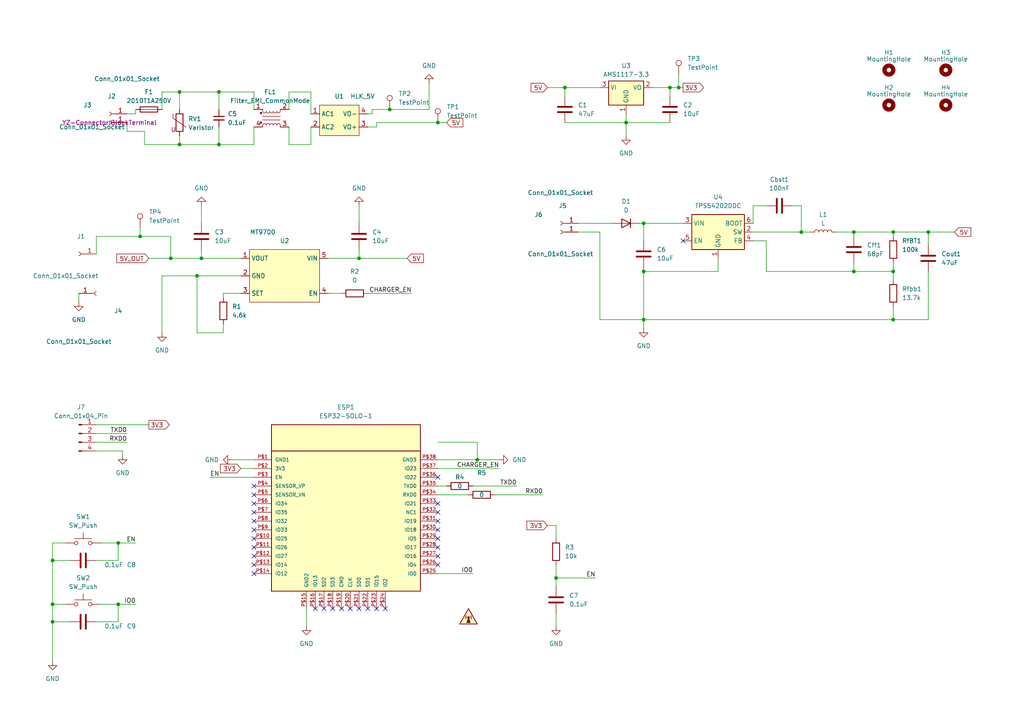
<source format=kicad_sch>
(kicad_sch (version 20230121) (generator eeschema)
  (paper "A4")
  (lib_symbols
    (symbol "Connector:Conn_01x01_Socket" (pin_names (offset 1.016) hide)
      (property "Reference" "J" (at 0 2.54 0))
      (property "Value" "Conn_01x01_Socket" (at 0 -2.54 0))
      (symbol "Conn_01x01_Socket_1_1"
        (polyline (pts (xy -1.27 0) (xy -0.508 0)) (stroke (width 0.1524)))
        (arc (start 0 0.508) (mid -0.5058 0) (end 0 -0.508) (stroke (width 0.1524)))
        (pin passive line (at -5.08 0 0) (length 3.81) (name "Pin_1") (number "1"))
      )
    )
    (symbol "Connector:Conn_01x04_Pin" (pin_names (offset 1.016) hide)
      (property "Reference" "J" (at 0 5.08 0))
      (property "Value" "Conn_01x04_Pin" (at 0 -7.62 0))
      (symbol "Conn_01x04_Pin_1_1"
        (polyline (pts (xy 1.27 -5.08) (xy 0.8636 -5.08)) (stroke (width 0.1524)))
        (polyline (pts (xy 1.27 -2.54) (xy 0.8636 -2.54)) (stroke (width 0.1524)))
        (polyline (pts (xy 1.27 0) (xy 0.8636 0)) (stroke (width 0.1524)))
        (polyline (pts (xy 1.27 2.54) (xy 0.8636 2.54)) (stroke (width 0.1524)))
        (rectangle (start 0.8636 -4.953) (end 0 -5.207) (stroke (width 0.1524)) (fill (type outline)))
        (rectangle (start 0.8636 -2.413) (end 0 -2.667) (stroke (width 0.1524)) (fill (type outline)))
        (rectangle (start 0.8636 0.127) (end 0 -0.127) (stroke (width 0.1524)) (fill (type outline)))
        (rectangle (start 0.8636 2.667) (end 0 2.413) (stroke (width 0.1524)) (fill (type outline)))
        (pin passive line (at 5.08 2.54 180) (length 3.81) (name "Pin_1") (number "1"))
        (pin passive line (at 5.08 0 180) (length 3.81) (name "Pin_2") (number "2"))
        (pin passive line (at 5.08 -2.54 180) (length 3.81) (name "Pin_3") (number "3"))
        (pin passive line (at 5.08 -5.08 180) (length 3.81) (name "Pin_4") (number "4"))
      )
    )
    (symbol "Connector:TestPoint" (pin_numbers hide) (pin_names (offset 0.762) hide)
      (property "Reference" "TP" (at 0 6.858 0))
      (property "Value" "TestPoint" (at 0 5.08 0))
      (symbol "TestPoint_0_1"
        (circle (center 0 3.302) (radius 0.762))
      )
      (symbol "TestPoint_1_1"
        (pin passive line (at 0 0 90) (length 2.54) (name "1") (number "1"))
      )
    )
    (symbol "Device:C" (pin_numbers hide) (pin_names (offset 0.254))
      (property "Reference" "C" (at 0.635 2.54 0))
      (property "Value" "C" (at 0.635 -2.54 0))
      (symbol "C_0_1"
        (polyline (pts (xy -2.032 -0.762) (xy 2.032 -0.762)) (stroke (width 0.508)))
        (polyline (pts (xy -2.032 0.762) (xy 2.032 0.762)) (stroke (width 0.508)))
      )
      (symbol "C_1_1"
        (pin passive line (at 0 3.81 270) (length 2.794) (name "~") (number "1"))
        (pin passive line (at 0 -3.81 90) (length 2.794) (name "~") (number "2"))
      )
    )
    (symbol "Device:C_Small" (pin_numbers hide) (pin_names (offset 0.254) hide)
      (property "Reference" "C" (at 0.254 1.778 0))
      (property "Value" "C_Small" (at 0.254 -2.032 0))
      (symbol "C_Small_0_1"
        (polyline (pts (xy -1.524 -0.508) (xy 1.524 -0.508)) (stroke (width 0.3302)))
        (polyline (pts (xy -1.524 0.508) (xy 1.524 0.508)) (stroke (width 0.3048)))
      )
      (symbol "C_Small_1_1"
        (pin passive line (at 0 2.54 270) (length 2.032) (name "~") (number "1"))
        (pin passive line (at 0 -2.54 90) (length 2.032) (name "~") (number "2"))
      )
    )
    (symbol "Device:D" (pin_numbers hide) (pin_names (offset 1.016) hide)
      (property "Reference" "D" (at 0 2.54 0))
      (property "Value" "D" (at 0 -2.54 0))
      (symbol "D_0_1"
        (polyline (pts (xy -1.27 1.27) (xy -1.27 -1.27)) (stroke (width 0.254)))
        (polyline (pts (xy 1.27 0) (xy -1.27 0)))
        (polyline (pts (xy 1.27 1.27) (xy 1.27 -1.27) (xy -1.27 0) (xy 1.27 1.27)) (stroke (width 0.254)))
      )
      (symbol "D_1_1"
        (pin passive line (at -3.81 0 0) (length 2.54) (name "K") (number "1"))
        (pin passive line (at 3.81 0 180) (length 2.54) (name "A") (number "2"))
      )
    )
    (symbol "Device:Fuse" (pin_numbers hide) (pin_names (offset 0))
      (property "Reference" "F" (at 2.032 0 90))
      (property "Value" "Fuse" (at -1.905 0 90))
      (symbol "Fuse_0_1"
        (rectangle (start -0.762 -2.54) (end 0.762 2.54) (stroke (width 0.254)))
        (polyline (pts (xy 0 2.54) (xy 0 -2.54)))
      )
      (symbol "Fuse_1_1"
        (pin passive line (at 0 3.81 270) (length 1.27) (name "~") (number "1"))
        (pin passive line (at 0 -3.81 90) (length 1.27) (name "~") (number "2"))
      )
    )
    (symbol "Device:L" (pin_numbers hide) (pin_names (offset 1.016) hide)
      (property "Reference" "L" (at -1.27 0 90))
      (property "Value" "L" (at 1.905 0 90))
      (symbol "L_0_1"
        (arc (start 0 -2.54) (mid 0.6323 -1.905) (end 0 -1.27))
        (arc (start 0 -1.27) (mid 0.6323 -0.635) (end 0 0))
        (arc (start 0 0) (mid 0.6323 0.635) (end 0 1.27))
        (arc (start 0 1.27) (mid 0.6323 1.905) (end 0 2.54))
      )
      (symbol "L_1_1"
        (pin passive line (at 0 3.81 270) (length 1.27) (name "1") (number "1"))
        (pin passive line (at 0 -3.81 90) (length 1.27) (name "2") (number "2"))
      )
    )
    (symbol "Device:R" (pin_numbers hide) (pin_names (offset 0))
      (property "Reference" "R" (at 2.032 0 90))
      (property "Value" "R" (at 0 0 90))
      (symbol "R_0_1"
        (rectangle (start -1.016 -2.54) (end 1.016 2.54) (stroke (width 0.254)))
      )
      (symbol "R_1_1"
        (pin passive line (at 0 3.81 270) (length 1.27) (name "~") (number "1"))
        (pin passive line (at 0 -3.81 90) (length 1.27) (name "~") (number "2"))
      )
    )
    (symbol "Device:Varistor" (pin_numbers hide) (pin_names (offset 0))
      (property "Reference" "RV" (at 3.175 0 90))
      (property "Value" "Varistor" (at -3.175 0 90))
      (symbol "Varistor_0_0"
        (text "U" (at -1.778 -2.032 0) (effects (font (size 1.27 1.27))))
      )
      (symbol "Varistor_0_1"
        (rectangle (start -1.016 -2.54) (end 1.016 2.54) (stroke (width 0.254)))
        (polyline (pts (xy -1.905 2.54) (xy -1.905 1.27) (xy 1.905 -1.27)))
      )
      (symbol "Varistor_1_1"
        (pin passive line (at 0 3.81 270) (length 1.27) (name "~") (number "1"))
        (pin passive line (at 0 -3.81 90) (length 1.27) (name "~") (number "2"))
      )
    )
    (symbol "Graphic:SYM_Radio_Waves_Small" (in_bom no) (on_board no)
      (symbol "SYM_Radio_Waves_Small_0_1"
        (arc (start -0.762 0.508) (mid -0.9158 0) (end -0.762 -0.508))
        (arc (start -0.508 0.254) (mid -0.568 0) (end -0.508 -0.254))
        (polyline (pts (xy -2.54 -1.905) (xy 2.54 -1.905) (xy 0 2.54) (xy -2.54 -1.905)) (stroke (width 0.254)) (fill (type background)))
        (polyline (pts (xy -0.508 -1.524) (xy 0.508 -1.524) (xy 0 0) (xy -0.508 -1.524)) (fill (type outline)))
        (circle (center 0 0) (radius 0.254) (fill (type outline)))
        (arc (start 0.508 -0.254) (mid 0.568 0) (end 0.508 0.254))
        (arc (start 0.762 -0.508) (mid 0.9158 0) (end 0.762 0.508))
      )
    )
    (symbol "Mechanical:MountingHole" (pin_names (offset 1.016))
      (property "Reference" "H" (at 0 5.08 0))
      (property "Value" "MountingHole" (at 0 3.175 0))
      (symbol "MountingHole_0_1"
        (circle (center 0 0) (radius 1.27) (stroke (width 1.27)))
      )
    )
    (symbol "Regulator_Linear:AMS1117-3.3"
      (property "Reference" "U" (at -3.81 3.175 0))
      (property "Value" "AMS1117-3.3" (at 0 3.175 0))
      (symbol "AMS1117-3.3_0_1"
        (rectangle (start -5.08 -5.08) (end 5.08 1.905) (stroke (width 0.254)) (fill (type background)))
      )
      (symbol "AMS1117-3.3_1_1"
        (pin power_in line (at 0 -7.62 90) (length 2.54) (name "GND") (number "1"))
        (pin power_out line (at 7.62 0 180) (length 2.54) (name "VO") (number "2"))
        (pin power_in line (at -7.62 0 0) (length 2.54) (name "VI") (number "3"))
      )
    )
    (symbol "Regulator_Switching:TPS54202DDC"
      (property "Reference" "U" (at -7.62 6.35 0))
      (property "Value" "TPS54202DDC" (at 0 6.35 0))
      (symbol "TPS54202DDC_0_1"
        (rectangle (start -7.62 5.08) (end 7.62 -5.08) (stroke (width 0.254)) (fill (type background)))
      )
      (symbol "TPS54202DDC_1_1"
        (pin power_in line (at 0 -7.62 90) (length 2.54) (name "GND") (number "1"))
        (pin power_out line (at 10.16 0 180) (length 2.54) (name "SW") (number "2"))
        (pin power_in line (at -10.16 2.54 0) (length 2.54) (name "VIN") (number "3"))
        (pin input line (at 10.16 -2.54 180) (length 2.54) (name "FB") (number "4"))
        (pin input line (at -10.16 -2.54 0) (length 2.54) (name "EN") (number "5"))
        (pin passive line (at 10.16 2.54 180) (length 2.54) (name "BOOT") (number "6"))
      )
    )
    (symbol "Switch:SW_Push" (pin_numbers hide) (pin_names (offset 1.016) hide)
      (property "Reference" "SW" (at 1.27 2.54 0))
      (property "Value" "SW_Push" (at 0 -1.524 0))
      (symbol "SW_Push_0_1"
        (circle (center -2.032 0) (radius 0.508))
        (polyline (pts (xy 0 1.27) (xy 0 3.048)))
        (polyline (pts (xy 2.54 1.27) (xy -2.54 1.27)))
        (circle (center 2.032 0) (radius 0.508))
        (pin passive line (at -5.08 0 0) (length 2.54) (name "1") (number "1"))
        (pin passive line (at 5.08 0 180) (length 2.54) (name "2") (number "2"))
      )
    )
    (symbol "YZ_ICs:ESP32-SOLO-1" (pin_names (offset 1.016))
      (property "Reference" "ESP" (at -20.32 27.94 0))
      (property "Value" "ESP32-SOLO-1" (at 17.78 -25.4 0))
      (symbol "ESP32-SOLO-1_0_0"
        (rectangle (start -20.32 -22.86) (end 22.86 25.4) (stroke (width 0.254)) (fill (type background)))
        (polyline (pts (xy -20.32 17.78) (xy 22.86 17.78)) (stroke (width 0.254)))
        (pin bidirectional line (at -25.4 15.24 0) (length 5.08) (name "GND1") (number "P$1"))
        (pin bidirectional line (at -25.4 -7.62 0) (length 5.08) (name "IO25") (number "P$10"))
        (pin bidirectional line (at -25.4 -10.16 0) (length 5.08) (name "IO26") (number "P$11"))
        (pin bidirectional line (at -25.4 -12.7 0) (length 5.08) (name "IO27") (number "P$12"))
        (pin bidirectional line (at -25.4 -15.24 0) (length 5.08) (name "IO14") (number "P$13"))
        (pin bidirectional line (at -25.4 -17.78 0) (length 5.08) (name "IO12") (number "P$14"))
        (pin bidirectional line (at -10.16 -27.94 90) (length 5.08) (name "GND2") (number "P$15"))
        (pin bidirectional line (at -7.62 -27.94 90) (length 5.08) (name "IO13") (number "P$16"))
        (pin bidirectional line (at -5.08 -27.94 90) (length 5.08) (name "SD2") (number "P$17"))
        (pin bidirectional line (at -2.54 -27.94 90) (length 5.08) (name "SD3") (number "P$18"))
        (pin bidirectional line (at 0 -27.94 90) (length 5.08) (name "CMD") (number "P$19"))
        (pin bidirectional line (at -25.4 12.7 0) (length 5.08) (name "3V3") (number "P$2"))
        (pin bidirectional line (at 2.54 -27.94 90) (length 5.08) (name "CLK") (number "P$20"))
        (pin bidirectional line (at 5.08 -27.94 90) (length 5.08) (name "SD0") (number "P$21"))
        (pin bidirectional line (at 7.62 -27.94 90) (length 5.08) (name "SD1") (number "P$22"))
        (pin bidirectional line (at 10.16 -27.94 90) (length 5.08) (name "IO15") (number "P$23"))
        (pin bidirectional line (at 12.7 -27.94 90) (length 5.08) (name "IO2") (number "P$24"))
        (pin bidirectional line (at 27.94 -17.78 180) (length 5.08) (name "IO0") (number "P$25"))
        (pin bidirectional line (at 27.94 -15.24 180) (length 5.08) (name "IO4") (number "P$26"))
        (pin bidirectional line (at 27.94 -12.7 180) (length 5.08) (name "IO16") (number "P$27"))
        (pin bidirectional line (at 27.94 -10.16 180) (length 5.08) (name "IO17") (number "P$28"))
        (pin bidirectional line (at 27.94 -7.62 180) (length 5.08) (name "IO5") (number "P$29"))
        (pin bidirectional line (at -25.4 10.16 0) (length 5.08) (name "EN") (number "P$3"))
        (pin bidirectional line (at 27.94 -5.08 180) (length 5.08) (name "IO18") (number "P$30"))
        (pin bidirectional line (at 27.94 -2.54 180) (length 5.08) (name "IO19") (number "P$31"))
        (pin bidirectional line (at 27.94 0 180) (length 5.08) (name "NC1") (number "P$32"))
        (pin bidirectional line (at 27.94 2.54 180) (length 5.08) (name "IO21") (number "P$33"))
        (pin bidirectional line (at 27.94 5.08 180) (length 5.08) (name "RXD0") (number "P$34"))
        (pin bidirectional line (at 27.94 7.62 180) (length 5.08) (name "TXD0") (number "P$35"))
        (pin bidirectional line (at 27.94 10.16 180) (length 5.08) (name "IO22") (number "P$36"))
        (pin bidirectional line (at 27.94 12.7 180) (length 5.08) (name "IO23") (number "P$37"))
        (pin bidirectional line (at 27.94 15.24 180) (length 5.08) (name "GND3") (number "P$38"))
        (pin bidirectional line (at -25.4 7.62 0) (length 5.08) (name "SENSOR_VP") (number "P$4"))
        (pin bidirectional line (at -25.4 5.08 0) (length 5.08) (name "SENSOR_VN") (number "P$5"))
        (pin bidirectional line (at -25.4 2.54 0) (length 5.08) (name "IO34") (number "P$6"))
        (pin bidirectional line (at -25.4 0 0) (length 5.08) (name "IO35") (number "P$7"))
        (pin bidirectional line (at -25.4 -2.54 0) (length 5.08) (name "IO32") (number "P$8"))
        (pin bidirectional line (at -25.4 -5.08 0) (length 5.08) (name "IO33") (number "P$9"))
      )
    )
    (symbol "YZ_Library:Filter_EMI_CommonMode" (pin_names (offset 0.254) hide)
      (property "Reference" "FL" (at 0 4.445 0))
      (property "Value" "Filter_EMI_CommonMode" (at 0 -4.445 0))
      (symbol "Filter_EMI_CommonMode_0_1"
        (circle (center -3.048 -1.27) (radius 0.254) (fill (type outline)))
        (circle (center -3.048 1.524) (radius 0.254) (fill (type outline)))
        (arc (start -2.54 2.032) (mid -2.032 1.5262) (end -1.524 2.032))
        (arc (start -1.524 -2.032) (mid -2.032 -1.5262) (end -2.54 -2.032))
        (arc (start -1.524 2.032) (mid -1.016 1.5262) (end -0.508 2.032))
        (arc (start -0.508 -2.032) (mid -1.016 -1.5262) (end -1.524 -2.032))
        (arc (start -0.508 2.032) (mid 0 1.5262) (end 0.508 2.032))
        (polyline (pts (xy -2.54 -2.032) (xy -2.54 -2.54)))
        (polyline (pts (xy -2.54 0.508) (xy 2.54 0.508)))
        (polyline (pts (xy -2.54 2.032) (xy -2.54 2.54)))
        (polyline (pts (xy 2.54 -2.032) (xy 2.54 -2.54)))
        (polyline (pts (xy 2.54 -0.508) (xy -2.54 -0.508)))
        (polyline (pts (xy 2.54 2.54) (xy 2.54 2.032)))
        (arc (start 0.508 -2.032) (mid 0 -1.5262) (end -0.508 -2.032))
        (arc (start 0.508 2.032) (mid 1.016 1.5262) (end 1.524 2.032))
        (arc (start 1.524 -2.032) (mid 1.016 -1.5262) (end 0.508 -2.032))
        (arc (start 1.524 2.032) (mid 2.032 1.5262) (end 2.54 2.032))
        (arc (start 2.54 -2.032) (mid 2.032 -1.5262) (end 1.524 -2.032))
      )
      (symbol "Filter_EMI_CommonMode_1_1"
        (pin passive line (at -5.08 2.54 0) (length 2.54) (name "1") (number "1"))
        (pin passive line (at 5.08 2.54 180) (length 2.54) (name "2") (number "2"))
        (pin passive line (at 5.08 -2.54 180) (length 2.54) (name "3") (number "3"))
        (pin passive line (at -5.08 -2.54 0) (length 2.54) (name "4") (number "4"))
      )
    )
    (symbol "YZ_Library:HLK-10M05"
      (property "Reference" "U" (at 7.62 13.97 0))
      (symbol "HLK-10M05_1_1"
        (rectangle (start 10.16 10.16) (end 21.59 1.27) (fill (type background)))
        (pin input line (at 7.62 7.62 0) (length 2.54) (name "AC1") (number "1"))
        (pin input line (at 7.62 3.81 0) (length 2.54) (name "AC2") (number "2"))
        (pin input line (at 24.13 3.81 180) (length 2.54) (name "VO+") (number "3"))
        (pin input line (at 24.13 7.62 180) (length 2.54) (name "VO-") (number "4"))
      )
    )
    (symbol "YZ_Library:MT9700"
      (property "Reference" "U" (at -3.81 5.08 0))
      (symbol "MT9700_1_1"
        (rectangle (start -5.08 2.54) (end 15.24 -12.7) (fill (type background)))
        (pin input line (at -7.62 0 0) (length 2.54) (name "VOUT") (number "1"))
        (pin input line (at -7.62 -5.08 0) (length 2.54) (name "GND") (number "2"))
        (pin input line (at -7.62 -10.16 0) (length 2.54) (name "SET") (number "3"))
        (pin input line (at 17.78 -10.16 180) (length 2.54) (name "EN") (number "4"))
        (pin input line (at 17.78 0 180) (length 2.54) (name "VIN") (number "5"))
      )
    )
    (symbol "power:GND" (power) (pin_names (offset 0))
      (property "Value" "GND" (at 0 -3.81 0))
      (symbol "GND_0_1"
        (polyline (pts (xy 0 0) (xy 0 -1.27) (xy 1.27 -1.27) (xy 0 -2.54) (xy -1.27 -1.27) (xy 0 -1.27)))
      )
      (symbol "GND_1_1"
        (pin power_in line (at 0 0 270) (length 0) hide (name "GND") (number "1"))
      )
    )
  )
  (junction (at 181.61 35.56))
  (junction (at 49.53 74.93))
  (junction (at 259.08 92.71))
  (junction (at 196.85 25.4))
  (junction (at 15.24 180.34))
  (junction (at 232.41 67.31))
  (junction (at 186.69 92.71))
  (junction (at 247.65 78.74))
  (junction (at 259.08 78.74))
  (junction (at 63.5 41.91))
  (junction (at 163.83 25.4))
  (junction (at 194.31 25.4))
  (junction (at 186.69 78.74))
  (junction (at 127 35.56))
  (junction (at 40.64 68.58))
  (junction (at 34.29 157.48))
  (junction (at 34.29 175.26))
  (junction (at 104.14 74.93))
  (junction (at 52.07 41.91))
  (junction (at 138.43 133.35))
  (junction (at 15.24 162.56))
  (junction (at 113.03 31.75))
  (junction (at 247.65 67.31))
  (junction (at 161.29 167.64))
  (junction (at 15.24 175.26))
  (junction (at 57.15 80.01))
  (junction (at 259.08 67.31))
  (junction (at 63.5 26.67))
  (junction (at 186.69 64.77))
  (junction (at 269.24 67.31))
  (junction (at 52.07 26.67))
  (junction (at 58.42 74.93))
  (no_connect (at 73.66 158.75))
  (no_connect (at 127 163.83))
  (no_connect (at 127 146.05))
  (no_connect (at 73.66 151.13))
  (no_connect (at 101.6 176.53))
  (no_connect (at 73.66 143.51))
  (no_connect (at 127 158.75))
  (no_connect (at 73.66 166.37))
  (no_connect (at 73.66 148.59))
  (no_connect (at 93.98 176.53))
  (no_connect (at 127 151.13))
  (no_connect (at 73.66 146.05))
  (no_connect (at 73.66 140.97))
  (no_connect (at 99.06 176.53))
  (no_connect (at 127 161.29))
  (no_connect (at 127 138.43))
  (no_connect (at 198.12 69.85))
  (no_connect (at 104.14 176.53))
  (no_connect (at 73.66 156.21))
  (no_connect (at 109.22 176.53))
  (no_connect (at 127 148.59))
  (no_connect (at 96.52 176.53))
  (no_connect (at 111.76 176.53))
  (no_connect (at 73.66 153.67))
  (no_connect (at 91.44 176.53))
  (no_connect (at 73.66 163.83))
  (no_connect (at 127 153.67))
  (no_connect (at 127 156.21))
  (no_connect (at 106.68 176.53))
  (no_connect (at 73.66 161.29))
  (wire (pts (xy 259.08 92.71) (xy 269.24 92.71)))
  (wire (pts (xy 106.68 85.09) (xy 119.38 85.09)))
  (wire (pts (xy 269.24 67.31) (xy 276.86 67.31)))
  (wire (pts (xy 163.83 25.4) (xy 163.83 27.94)))
  (wire (pts (xy 137.16 140.97) (xy 149.86 140.97)))
  (wire (pts (xy 181.61 33.02) (xy 181.61 35.56)))
  (wire (pts (xy 52.07 26.67) (xy 52.07 31.75)))
  (wire (pts (xy 83.82 26.67) (xy 83.82 31.75)))
  (wire (pts (xy 90.17 26.67) (xy 83.82 26.67)))
  (wire (pts (xy 27.94 125.73) (xy 36.83 125.73)))
  (wire (pts (xy 67.31 133.35) (xy 73.66 133.35)))
  (wire (pts (xy 181.61 35.56) (xy 181.61 39.37)))
  (wire (pts (xy 36.83 35.56) (xy 36.83 38.1)))
  (wire (pts (xy 208.28 74.93) (xy 208.28 78.74)))
  (wire (pts (xy 69.85 135.89) (xy 73.66 135.89)))
  (wire (pts (xy 259.08 78.74) (xy 259.08 81.28)))
  (wire (pts (xy 34.29 180.34) (xy 34.29 175.26)))
  (wire (pts (xy 34.29 162.56) (xy 34.29 157.48)))
  (wire (pts (xy 247.65 78.74) (xy 222.25 78.74)))
  (wire (pts (xy 63.5 41.91) (xy 73.66 41.91)))
  (wire (pts (xy 22.86 85.09) (xy 22.86 87.63)))
  (wire (pts (xy 107.95 31.75) (xy 113.03 31.75)))
  (wire (pts (xy 247.65 78.74) (xy 259.08 78.74)))
  (wire (pts (xy 138.43 133.35) (xy 144.78 133.35)))
  (wire (pts (xy 49.53 68.58) (xy 40.64 68.58)))
  (wire (pts (xy 161.29 167.64) (xy 172.72 167.64)))
  (wire (pts (xy 58.42 72.39) (xy 58.42 74.93)))
  (wire (pts (xy 259.08 92.71) (xy 259.08 88.9)))
  (wire (pts (xy 104.14 72.39) (xy 104.14 74.93)))
  (wire (pts (xy 36.83 38.1) (xy 41.91 38.1)))
  (wire (pts (xy 57.15 96.52) (xy 57.15 80.01)))
  (wire (pts (xy 73.66 31.75) (xy 73.66 26.67)))
  (wire (pts (xy 113.03 31.75) (xy 124.46 31.75)))
  (wire (pts (xy 64.77 85.09) (xy 69.85 85.09)))
  (wire (pts (xy 36.83 33.02) (xy 39.37 33.02)))
  (wire (pts (xy 189.23 25.4) (xy 194.31 25.4)))
  (wire (pts (xy 186.69 92.71) (xy 259.08 92.71)))
  (wire (pts (xy 15.24 175.26) (xy 19.05 175.26)))
  (wire (pts (xy 173.99 67.31) (xy 173.99 92.71)))
  (wire (pts (xy 15.24 175.26) (xy 15.24 180.34)))
  (wire (pts (xy 15.24 162.56) (xy 20.32 162.56)))
  (wire (pts (xy 269.24 71.12) (xy 269.24 67.31)))
  (wire (pts (xy 64.77 93.98) (xy 64.77 96.52)))
  (wire (pts (xy 46.99 80.01) (xy 57.15 80.01)))
  (wire (pts (xy 63.5 26.67) (xy 52.07 26.67)))
  (wire (pts (xy 34.29 157.48) (xy 39.37 157.48)))
  (wire (pts (xy 64.77 96.52) (xy 57.15 96.52)))
  (wire (pts (xy 163.83 35.56) (xy 181.61 35.56)))
  (wire (pts (xy 186.69 92.71) (xy 186.69 95.25)))
  (wire (pts (xy 27.94 123.19) (xy 43.18 123.19)))
  (wire (pts (xy 63.5 36.83) (xy 63.5 41.91)))
  (wire (pts (xy 88.9 176.53) (xy 88.9 181.61)))
  (wire (pts (xy 196.85 25.4) (xy 198.12 25.4)))
  (wire (pts (xy 247.65 76.2) (xy 247.65 78.74)))
  (wire (pts (xy 109.22 35.56) (xy 127 35.56)))
  (wire (pts (xy 218.44 64.77) (xy 218.44 59.69)))
  (wire (pts (xy 218.44 59.69) (xy 222.25 59.69)))
  (wire (pts (xy 35.56 130.81) (xy 27.94 130.81)))
  (wire (pts (xy 247.65 67.31) (xy 247.65 68.58)))
  (wire (pts (xy 127 35.56) (xy 129.54 35.56)))
  (wire (pts (xy 127 133.35) (xy 138.43 133.35)))
  (wire (pts (xy 232.41 59.69) (xy 232.41 67.31)))
  (wire (pts (xy 229.87 59.69) (xy 232.41 59.69)))
  (wire (pts (xy 218.44 67.31) (xy 232.41 67.31)))
  (wire (pts (xy 127 143.51) (xy 135.89 143.51)))
  (wire (pts (xy 186.69 64.77) (xy 198.12 64.77)))
  (wire (pts (xy 232.41 67.31) (xy 234.95 67.31)))
  (wire (pts (xy 259.08 78.74) (xy 259.08 76.2)))
  (wire (pts (xy 259.08 67.31) (xy 259.08 68.58)))
  (wire (pts (xy 64.77 86.36) (xy 64.77 85.09)))
  (wire (pts (xy 52.07 41.91) (xy 63.5 41.91)))
  (wire (pts (xy 27.94 128.27) (xy 36.83 128.27)))
  (wire (pts (xy 158.75 152.4) (xy 161.29 152.4)))
  (wire (pts (xy 27.94 180.34) (xy 34.29 180.34)))
  (wire (pts (xy 167.64 67.31) (xy 173.99 67.31)))
  (wire (pts (xy 35.56 132.08) (xy 35.56 130.81)))
  (wire (pts (xy 19.05 157.48) (xy 15.24 157.48)))
  (wire (pts (xy 40.64 68.58) (xy 40.64 66.04)))
  (wire (pts (xy 124.46 24.13) (xy 124.46 31.75)))
  (wire (pts (xy 34.29 175.26) (xy 39.37 175.26)))
  (wire (pts (xy 29.21 157.48) (xy 34.29 157.48)))
  (wire (pts (xy 143.51 143.51) (xy 157.48 143.51)))
  (wire (pts (xy 127 140.97) (xy 129.54 140.97)))
  (wire (pts (xy 27.94 162.56) (xy 34.29 162.56)))
  (wire (pts (xy 269.24 78.74) (xy 269.24 92.71)))
  (wire (pts (xy 73.66 26.67) (xy 63.5 26.67)))
  (wire (pts (xy 15.24 180.34) (xy 15.24 191.77)))
  (wire (pts (xy 194.31 27.94) (xy 194.31 25.4)))
  (wire (pts (xy 104.14 59.69) (xy 104.14 64.77)))
  (wire (pts (xy 186.69 78.74) (xy 186.69 92.71)))
  (wire (pts (xy 127 166.37) (xy 137.16 166.37)))
  (wire (pts (xy 194.31 25.4) (xy 196.85 25.4)))
  (wire (pts (xy 127 128.27) (xy 138.43 128.27)))
  (wire (pts (xy 90.17 36.83) (xy 90.17 41.91)))
  (wire (pts (xy 161.29 167.64) (xy 161.29 170.18)))
  (wire (pts (xy 222.25 69.85) (xy 218.44 69.85)))
  (wire (pts (xy 43.18 74.93) (xy 49.53 74.93)))
  (wire (pts (xy 39.37 33.02) (xy 39.37 31.75)))
  (wire (pts (xy 163.83 25.4) (xy 173.99 25.4)))
  (wire (pts (xy 58.42 59.69) (xy 58.42 64.77)))
  (wire (pts (xy 173.99 92.71) (xy 186.69 92.71)))
  (wire (pts (xy 83.82 41.91) (xy 90.17 41.91)))
  (wire (pts (xy 107.95 33.02) (xy 107.95 31.75)))
  (wire (pts (xy 52.07 39.37) (xy 52.07 41.91)))
  (wire (pts (xy 46.99 26.67) (xy 46.99 31.75)))
  (wire (pts (xy 15.24 157.48) (xy 15.24 162.56)))
  (wire (pts (xy 15.24 180.34) (xy 20.32 180.34)))
  (wire (pts (xy 90.17 33.02) (xy 90.17 26.67)))
  (wire (pts (xy 95.25 74.93) (xy 104.14 74.93)))
  (wire (pts (xy 15.24 162.56) (xy 15.24 175.26)))
  (wire (pts (xy 186.69 69.85) (xy 186.69 64.77)))
  (wire (pts (xy 196.85 21.59) (xy 196.85 25.4)))
  (wire (pts (xy 181.61 35.56) (xy 194.31 35.56)))
  (wire (pts (xy 95.25 85.09) (xy 99.06 85.09)))
  (wire (pts (xy 138.43 128.27) (xy 138.43 133.35)))
  (wire (pts (xy 127 135.89) (xy 144.78 135.89)))
  (wire (pts (xy 27.94 68.58) (xy 40.64 68.58)))
  (wire (pts (xy 259.08 67.31) (xy 269.24 67.31)))
  (wire (pts (xy 106.68 33.02) (xy 107.95 33.02)))
  (wire (pts (xy 41.91 41.91) (xy 52.07 41.91)))
  (wire (pts (xy 161.29 152.4) (xy 161.29 156.21)))
  (wire (pts (xy 49.53 74.93) (xy 49.53 68.58)))
  (wire (pts (xy 52.07 26.67) (xy 46.99 26.67)))
  (wire (pts (xy 104.14 74.93) (xy 118.11 74.93)))
  (wire (pts (xy 161.29 177.8) (xy 161.29 181.61)))
  (wire (pts (xy 83.82 36.83) (xy 83.82 41.91)))
  (wire (pts (xy 242.57 67.31) (xy 247.65 67.31)))
  (wire (pts (xy 46.99 96.52) (xy 46.99 80.01)))
  (wire (pts (xy 63.5 26.67) (xy 63.5 31.75)))
  (wire (pts (xy 57.15 80.01) (xy 69.85 80.01)))
  (wire (pts (xy 161.29 163.83) (xy 161.29 167.64)))
  (wire (pts (xy 208.28 78.74) (xy 186.69 78.74)))
  (wire (pts (xy 41.91 38.1) (xy 41.91 41.91)))
  (wire (pts (xy 247.65 67.31) (xy 259.08 67.31)))
  (wire (pts (xy 185.42 64.77) (xy 186.69 64.77)))
  (wire (pts (xy 60.96 138.43) (xy 73.66 138.43)))
  (wire (pts (xy 58.42 74.93) (xy 69.85 74.93)))
  (wire (pts (xy 186.69 77.47) (xy 186.69 78.74)))
  (wire (pts (xy 73.66 36.83) (xy 73.66 41.91)))
  (wire (pts (xy 29.21 175.26) (xy 34.29 175.26)))
  (wire (pts (xy 158.75 25.4) (xy 163.83 25.4)))
  (wire (pts (xy 167.64 64.77) (xy 177.8 64.77)))
  (wire (pts (xy 27.94 73.66) (xy 27.94 68.58)))
  (wire (pts (xy 49.53 74.93) (xy 58.42 74.93)))
  (wire (pts (xy 109.22 36.83) (xy 109.22 35.56)))
  (wire (pts (xy 106.68 36.83) (xy 109.22 36.83)))
  (wire (pts (xy 222.25 78.74) (xy 222.25 69.85)))
  (label "RXD0" (at 157.48 143.51 180))
  (label "RXD0" (at 36.83 128.27 180))
  (label "EN" (at 39.37 157.48 180))
  (label "EN" (at 60.96 138.43 0))
  (label "TXD0" (at 149.86 140.97 180))
  (label "CHARGER_EN" (at 119.38 85.09 180))
  (label "EN" (at 172.72 167.64 180))
  (label "IO0" (at 137.16 166.37 180))
  (label "CHARGER_EN" (at 144.78 135.89 180))
  (label "IO0" (at 39.37 175.26 180))
  (label "TXD0" (at 36.83 125.73 180))
  (global_label "3V3" (shape input) (at 69.85 135.89 180) (property "Intersheetrefs" "${INTERSHEET_REFS}" (effects hide)))
  (global_label "5V" (shape input) (at 118.11 74.93 0) (property "Intersheetrefs" "${INTERSHEET_REFS}" (effects hide)))
  (global_label "5V" (shape input) (at 276.86 67.31 0) (property "Intersheetrefs" "${INTERSHEET_REFS}" (effects hide)))
  (global_label "3V3" (shape output) (at 43.18 123.19 0) (property "Intersheetrefs" "${INTERSHEET_REFS}" (effects hide)))
  (global_label "5V" (shape input) (at 158.75 25.4 180) (property "Intersheetrefs" "${INTERSHEET_REFS}" (effects hide)))
  (global_label "3V3" (shape input) (at 158.75 152.4 180) (property "Intersheetrefs" "${INTERSHEET_REFS}" (effects hide)))
  (global_label "3V3" (shape output) (at 198.12 25.4 0) (property "Intersheetrefs" "${INTERSHEET_REFS}" (effects hide)))
  (global_label "5V" (shape input) (at 129.54 35.56 0) (property "Intersheetrefs" "${INTERSHEET_REFS}" (effects hide)))
  (global_label "5V_OUT" (shape input) (at 43.18 74.93 180) (property "Intersheetrefs" "${INTERSHEET_REFS}" (effects hide)))
  (symbol (lib_id "Regulator_Switching:TPS54202DDC") (at 208.28 67.31 0) (unit 1)
    (property "Reference" "U4" (at 208.28 57.15 0))
    (property "Value" "TPS54202DDC" (at 208.28 59.69 0))
    (property "Footprint" "Package_TO_SOT_SMD:SOT-23-6" (effects hide))
    (property "Datasheet" "http://www.ti.com/lit/ds/symlink/tps54202.pdf" (effects hide))
    (property "Description" "TPS54202DDCR,SOT-23-6" (effects hide))
    (property "MPN" "TPS54202DDCR" (effects hide))
  )
  (symbol (lib_id "Mechanical:MountingHole") (at 274.32 20.32 0) (unit 1) (in_bom no)
    (property "Reference" "H3" (at 274.32 15.24 0))
    (property "Value" "MountingHole" (at 274.32 17.145 0))
    (property "Footprint" "MountingHole:MountingHole_2.2mm_M2_ISO14580" (effects hide))
    (property "MPN" "DNP" (effects hide))
  )
  (symbol (lib_id "power:GND") (at 144.78 133.35 90) (unit 1)
    (property "Reference" "#PWR09" (effects hide))
    (property "Value" "GND" (at 148.59 133.35 90) (effects (justify right)))
  )
  (symbol (lib_id "Connector:TestPoint") (at 127 35.56 0) (unit 1)
    (property "Reference" "TP1" (at 129.54 30.988 0) (effects (justify left)))
    (property "Value" "TestPoint" (at 129.54 33.528 0) (effects (justify left)))
    (property "Footprint" "TestPoint:TestPoint_Pad_D1.5mm" (effects hide))
  )
  (symbol (lib_id "Connector:Conn_01x01_Socket") (at 22.86 73.66 180) (unit 1)
    (property "Reference" "J1" (at 23.495 68.58 0))
    (property "Value" "Conn_01x01_Socket" (at 19.05 80.01 0))
    (property "Footprint" "YZ-PWR:springNeedle" (effects hide))
  )
  (symbol (lib_id "Device:L") (at 238.76 67.31 90) (unit 1)
    (property "Reference" "L1" (at 238.76 62.23 90))
    (property "Value" "L" (at 238.76 64.77 90))
    (property "Footprint" "Inductor_SMD:L_Bourns_SRP7028A_7.3x6.6mm" (effects hide))
    (property "MPN" "74437349150//" (effects hide))
    (property "Description" "FIXED IND 15UH 2.75A 92 MOHM SMD" (effects hide))
  )
  (symbol (lib_id "Device:C") (at 226.06 59.69 90) (unit 1)
    (property "Reference" "Cbst1" (at 226.06 52.07 90))
    (property "Value" "100nF" (at 226.06 54.61 90))
    (property "Footprint" "Capacitor_SMD:C_0402_1005Metric_Pad0.74x0.62mm_HandSolder" (effects hide))
    (property "VDC" "50V" (effects hide))
    (property "Description" "CAP CER 0.1UF 50V X7R 0402" (effects hide))
    (property "MPN" "GRM155R71H104KE14D" (effects hide))
  )
  (symbol (lib_id "Connector:Conn_01x01_Socket") (at 162.56 64.77 180) (unit 1)
    (property "Reference" "J5" (at 163.195 59.69 0))
    (property "Value" "Conn_01x01_Socket" (at 162.56 55.88 0))
    (property "Footprint" "YZ-Connector:BlockTerminal" (effects hide))
  )
  (symbol (lib_id "Connector:Conn_01x04_Pin") (at 22.86 125.73 0) (unit 1)
    (property "Reference" "J7" (at 23.495 118.11 0))
    (property "Value" "Conn_01x04_Pin" (at 23.495 120.65 0))
    (property "Footprint" "Connector_PinHeader_1.27mm:PinHeader_1x04_P1.27mm_Vertical" (effects hide))
  )
  (symbol (lib_id "Device:C") (at 104.14 68.58 0) (unit 1)
    (property "Reference" "C4" (at 107.95 67.31 0) (effects (justify left)))
    (property "Value" "10uF" (at 107.95 69.85 0) (effects (justify left)))
    (property "Footprint" "Capacitor_SMD:C_0805_2012Metric" (effects hide))
    (property "Description" "CAP CER 10UF 10V X5R 0805" (effects hide))
    (property "MPN" "GRM21BR61H106KE43L" (effects hide))
  )
  (symbol (lib_id "Graphic:SYM_Radio_Waves_Small") (at 135.89 179.07 0) (unit 1) (in_bom no) (on_board no)
    (property "Reference" "#SYM1" (effects hide))
    (property "Value" "SYM_Radio_Waves_Small" (effects hide))
    (property "Sim.Enable" "0" (effects hide))
  )
  (symbol (lib_id "Device:R") (at 133.35 140.97 90) (unit 1)
    (property "Reference" "R4" (at 133.35 138.43 90))
    (property "Value" "0" (at 133.35 140.97 90))
    (property "Footprint" "Resistor_SMD:R_0603_1608Metric_Pad0.98x0.95mm_HandSolder" (effects hide))
    (property "Description" "RES SMD 0 OHM 1% 1/16W 0603" (effects hide))
    (property "MPN" "0603WAF0000T5E" (effects hide))
  )
  (symbol (lib_id "Device:D") (at 181.61 64.77 180) (unit 1)
    (property "Reference" "D1" (at 181.61 58.42 0))
    (property "Value" "D" (at 181.61 60.96 0))
    (property "Footprint" "Diode_SMD:D_SMA_Handsoldering" (effects hide))
    (property "Sim.Device" "D" (effects hide))
    (property "Sim.Pins" "1=K 2=A" (effects hide))
    (property "MPN" "SS34" (effects hide))
    (property "Description" "DIODE SCHOTTKY 40V 3A SMA" (effects hide))
  )
  (symbol (lib_id "power:GND") (at 186.69 95.25 0) (unit 1)
    (property "Reference" "#PWR07" (effects hide))
    (property "Value" "GND" (at 186.69 100.33 0))
  )
  (symbol (lib_id "Mechanical:MountingHole") (at 257.81 30.48 0) (unit 1) (in_bom no)
    (property "Reference" "H2" (at 257.81 25.4 0))
    (property "Value" "MountingHole" (at 257.81 27.305 0))
    (property "Footprint" "MountingHole:MountingHole_2.2mm_M2_Pad_Via" (effects hide))
    (property "MPN" "DNP" (effects hide))
  )
  (symbol (lib_id "Device:C") (at 58.42 68.58 0) (unit 1)
    (property "Reference" "C3" (at 62.23 67.31 0) (effects (justify left)))
    (property "Value" "10uF" (at 62.23 69.85 0) (effects (justify left)))
    (property "Footprint" "Capacitor_SMD:C_0805_2012Metric" (effects hide))
    (property "Description" "CAP CER 10UF 10V X5R 0805" (effects hide))
    (property "MPN" "GRM21BR61H106KE43L" (effects hide))
  )
  (symbol (lib_id "Mechanical:MountingHole") (at 257.81 20.32 0) (unit 1) (in_bom no)
    (property "Reference" "H1" (at 257.81 15.24 0))
    (property "Value" "MountingHole" (at 257.81 17.145 0))
    (property "Footprint" "MountingHole:MountingHole_2.2mm_M2_Pad_Via" (effects hide))
    (property "MPN" "DNP" (effects hide))
  )
  (symbol (lib_id "Device:C") (at 186.69 73.66 0) (unit 1)
    (property "Reference" "C6" (at 190.5 72.39 0) (effects (justify left)))
    (property "Value" "10uF" (at 190.5 74.93 0) (effects (justify left)))
    (property "Footprint" "Capacitor_SMD:C_0805_2012Metric" (effects hide))
    (property "MPN" "GRM21BR61H106KE43L" (effects hide))
    (property "Description" "CAP CER 10UF 50V X5R 0805" (effects hide))
  )
  (symbol (lib_id "power:GND") (at 88.9 181.61 0) (unit 1)
    (property "Reference" "#PWR08" (effects hide))
    (property "Value" "GND" (at 88.9 186.69 0))
  )
  (symbol (lib_id "Connector:TestPoint") (at 196.85 21.59 0) (unit 1)
    (property "Reference" "TP3" (at 199.39 17.018 0) (effects (justify left)))
    (property "Value" "TestPoint" (at 199.39 19.558 0) (effects (justify left)))
    (property "Footprint" "TestPoint:TestPoint_Pad_D1.5mm" (effects hide))
  )
  (symbol (lib_id "Connector:Conn_01x01_Socket") (at 162.56 67.31 180) (unit 1)
    (property "Reference" "J6" (at 156.21 62.23 0))
    (property "Value" "Conn_01x01_Socket" (at 162.56 73.66 0))
    (property "Footprint" "YZ-Connector:BlockTerminal" (effects hide))
  )
  (symbol (lib_id "power:GND") (at 67.31 133.35 270) (unit 1)
    (property "Reference" "#PWR010" (effects hide))
    (property "Value" "GND" (at 63.5 133.35 90) (effects (justify right)))
  )
  (symbol (lib_id "power:GND") (at 161.29 181.61 0) (unit 1)
    (property "Reference" "#PWR011" (effects hide))
    (property "Value" "GND" (at 161.29 186.69 0))
  )
  (symbol (lib_id "Connector:TestPoint") (at 40.64 66.04 0) (unit 1)
    (property "Reference" "TP4" (at 43.18 61.468 0) (effects (justify left)))
    (property "Value" "TestPoint" (at 43.18 64.008 0) (effects (justify left)))
    (property "Footprint" "TestPoint:TestPoint_Pad_D1.5mm" (effects hide))
  )
  (symbol (lib_id "Device:Varistor") (at 52.07 35.56 0) (unit 1)
    (property "Reference" "RV1" (at 54.61 34.4833 0) (effects (justify left)))
    (property "Value" "Varistor" (at 54.61 37.0233 0) (effects (justify left)))
    (property "Footprint" "Varistor:RV_Disc_D12mm_W6.1mm_P7.5mm" (effects hide))
    (property "Sim.Name" "kicad_builtin_varistor" (effects hide))
    (property "Sim.Device" "SUBCKT" (effects hide))
    (property "Sim.Pins" "1=A 2=B" (effects hide))
    (property "Sim.Params" "threshold=1k" (effects hide))
    (property "Sim.Library" "${KICAD7_SYMBOL_DIR}/Simulation_SPICE.sp" (effects hide))
    (property "Description" "压敏电阻" (effects hide))
    (property "MPN" "10D561K" (effects hide))
  )
  (symbol (lib_id "Device:C") (at 24.13 162.56 90) (unit 1)
    (property "Reference" "C8" (at 38.1 163.83 90))
    (property "Value" "0.1uF" (at 33.02 163.83 90))
    (property "Footprint" "Capacitor_SMD:C_0603_1608Metric_Pad1.08x0.95mm_HandSolder" (effects hide))
    (property "Sim.Enable" "0" (effects hide))
    (property "Description" "CAP CER 0.1UF 10V X7R 0603" (effects hide))
    (property "MPN" "GRM188R71H104KA93D" (effects hide))
  )
  (symbol (lib_id "Device:R") (at 259.08 72.39 180) (unit 1)
    (property "Reference" "RfBT1" (at 261.62 69.85 0) (effects (justify right)))
    (property "Value" "100k" (at 261.62 72.39 0) (effects (justify right)))
    (property "Footprint" "Resistor_SMD:R_0402_1005Metric_Pad0.72x0.64mm_HandSolder" (effects hide))
    (property "MPN" "CRCW0402100KFKED" (effects hide))
    (property "Description" "RES SMD 100K OHM 1% 1/16W 0402" (effects hide))
  )
  (symbol (lib_id "Device:R") (at 161.29 160.02 0) (unit 1)
    (property "Reference" "R3" (at 163.83 158.75 0) (effects (justify left)))
    (property "Value" "10k" (at 163.83 161.29 0) (effects (justify left)))
    (property "Footprint" "Resistor_SMD:R_0603_1608Metric_Pad0.98x0.95mm_HandSolder" (effects hide))
    (property "Description" "RES SMD 10K OHM 1% 1/16W 0603" (effects hide))
    (property "MPN" "0603WAF1002T5E" (effects hide))
  )
  (symbol (lib_id "YZ_ICs:ESP32-SOLO-1") (at 99.06 148.59 0) (unit 1)
    (property "Reference" "ESP1" (at 100.33 118.11 0))
    (property "Value" "ESP32-SOLO-1" (at 100.33 120.65 0))
    (property "Footprint" "YZ-ICs:ESP32-SOLO-1" (effects hide))
    (property "MF" "Espressif Systems" (effects hide))
    (property "Description" "\nBluetooth, WiFi 802.11b/g/n, Bluetooth v4.2 +EDR, Class 1, 2 and 3 Transceiver Module 2.4GHz ~ 2.5GHz Integrated, Trace Surface Mount\n" (effects hide))
    (property "Package" "Package" (effects hide))
    (property "Price" "None" (effects hide))
    (property "SnapEDA_Link" "https://www.snapeda.com/parts/ESP32-SOLO-1/Espressif+Systems/view-part/?ref=snap" (effects hide))
    (property "MP" "ESP32-SOLO-1" (effects hide))
    (property "Availability" "Not in stock" (effects hide))
    (property "Check_prices" "https://www.snapeda.com/parts/ESP32-SOLO-1/Espressif+Systems/view-part/?ref=eda" (effects hide))
    (property "MPN" "ESP32-SOLO-1" (effects hide))
  )
  (symbol (lib_id "Switch:SW_Push") (at 24.13 175.26 0) (unit 1)
    (property "Reference" "SW2" (at 24.13 167.64 0))
    (property "Value" "SW_Push" (at 24.13 170.18 0))
    (property "Footprint" "Button_Switch_SMD:SW_Push_SPST_NO_Alps_SKRK" (effects hide))
    (property "Description" "TS-1088-AR02016,SMD" (effects hide))
    (property "MPN" "TS-1088-AR02016" (effects hide))
  )
  (symbol (lib_id "Device:C") (at 194.31 31.75 0) (unit 1)
    (property "Reference" "C2" (at 198.12 30.48 0) (effects (justify left)))
    (property "Value" "10uF" (at 198.12 33.02 0) (effects (justify left)))
    (property "Footprint" "Capacitor_SMD:C_0805_2012Metric" (effects hide))
    (property "Description" "CAP CER 10UF 10V X5R 0805" (effects hide))
    (property "MPN" "GRM21BR61H106KE43L" (effects hide))
  )
  (symbol (lib_id "Connector:Conn_01x01_Socket") (at 27.94 85.09 0) (unit 1)
    (property "Reference" "J4" (at 34.29 90.17 0))
    (property "Value" "Conn_01x01_Socket" (at 22.86 99.06 0))
    (property "Footprint" "YZ-PWR:springNeedle" (effects hide))
  )
  (symbol (lib_id "power:GND") (at 22.86 87.63 0) (unit 1)
    (property "Reference" "#PWR06" (effects hide))
    (property "Value" "GND" (at 22.86 92.71 0))
  )
  (symbol (lib_id "power:GND") (at 58.42 59.69 180) (unit 1)
    (property "Reference" "#PWR04" (effects hide))
    (property "Value" "GND" (at 58.42 54.61 0))
  )
  (symbol (lib_id "Device:R") (at 259.08 85.09 180) (unit 1)
    (property "Reference" "Rfbb1" (at 261.62 83.82 0) (effects (justify right)))
    (property "Value" "13.7k" (at 261.62 86.36 0) (effects (justify right)))
    (property "Footprint" "Resistor_SMD:R_0402_1005Metric_Pad0.72x0.64mm_HandSolder" (effects hide))
    (property "MPN" "CRCW040213K7FKED" (effects hide))
    (property "Description" "RES SMD 13.7K OHM 1% 1/16W 0402" (effects hide))
  )
  (symbol (lib_id "Connector:Conn_01x01_Socket") (at 31.75 35.56 180) (unit 1)
    (property "Reference" "J3" (at 25.4 30.48 0))
    (property "Value" "Conn_01x01_Socket" (at 26.67 36.83 0))
    (property "Footprint" "YZ-Connector:BlockTerminal" (at 31.75 35.56 0))
  )
  (symbol (lib_id "YZ_Library:HLK-10M05") (at 82.55 40.64 0) (unit 1)
    (property "Reference" "U1" (at 98.425 27.94 0))
    (property "Value" "HLK_5V" (at 101.6 27.94 0) (effects (justify left)))
    (property "Footprint" "YZ-PWR:HLK-10M05" (effects hide))
    (property "Description" "HILINK 220V_5V" (effects hide))
    (property "MPN" "HLK_5V" (effects hide))
  )
  (symbol (lib_id "Connector:Conn_01x01_Socket") (at 31.75 33.02 180) (unit 1)
    (property "Reference" "J2" (at 32.385 27.94 0))
    (property "Value" "Conn_01x01_Socket" (at 36.83 22.86 0))
    (property "Footprint" "YZ-Connector:BlockTerminal" (effects hide))
  )
  (symbol (lib_id "YZ_Library:MT9700") (at 77.47 74.93 0) (unit 1)
    (property "Reference" "U2" (at 82.55 69.85 0))
    (property "Value" "MT9700" (at 76.2 67.31 0))
    (property "Footprint" "Package_TO_SOT_SMD:SOT-23-5_HandSoldering" (effects hide))
    (property "Datasheet" "https://atta.szlcsc.com/upload/public/pdf/source/20170418/1492481333031.pdf" (effects hide))
    (property "Description" "MT9700,SOT-23-5" (effects hide))
    (property "MPN" "MT9700" (effects hide))
  )
  (symbol (lib_id "Device:C_Small") (at 63.5 34.29 0) (unit 1)
    (property "Reference" "C5" (at 66.04 33.0263 0) (effects (justify left)))
    (property "Value" "0.1uF " (at 66.04 35.5663 0) (effects (justify left)))
    (property "Footprint" "Capacitor_THT:C_Rect_L11.0mm_W4.2mm_P10.00mm_MKT" (effects hide))
    (property "Description" "安规PX104K2C1008,插件,P=10mm" (effects hide))
    (property "MPN" "PX104K2C1008" (effects hide))
  )
  (symbol (lib_id "Mechanical:MountingHole") (at 274.32 30.48 0) (unit 1) (in_bom no)
    (property "Reference" "H4" (at 274.32 25.4 0))
    (property "Value" "MountingHole" (at 274.32 27.305 0))
    (property "Footprint" "MountingHole:MountingHole_2.2mm_M2_Pad_Via" (effects hide))
    (property "MPN" "DNP" (effects hide))
  )
  (symbol (lib_id "Device:R") (at 139.7 143.51 90) (unit 1)
    (property "Reference" "R5" (at 139.7 137.16 90))
    (property "Value" "0" (at 139.7 143.51 90))
    (property "Footprint" "Resistor_SMD:R_0603_1608Metric_Pad0.98x0.95mm_HandSolder" (effects hide))
    (property "Description" "RES SMD 0 OHM 1% 1/16W 0603" (effects hide))
    (property "MPN" "0603WAF0000T5E" (effects hide))
  )
  (symbol (lib_id "Regulator_Linear:AMS1117-3.3") (at 181.61 25.4 0) (unit 1)
    (property "Reference" "U3" (at 181.61 19.05 0))
    (property "Value" "AMS1117-3.3" (at 181.61 21.59 0))
    (property "Footprint" "Package_TO_SOT_SMD:SOT-223-3_TabPin2" (effects hide))
    (property "Datasheet" "http://www.advanced-monolithic.com/pdf/ds1117.pdf" (effects hide))
    (property "Description" "AMS1117-3.3,SOT-223" (effects hide))
    (property "MPN" "AMS1117-3.3" (effects hide))
  )
  (symbol (lib_id "Device:R") (at 102.87 85.09 90) (unit 1)
    (property "Reference" "R2" (at 102.87 78.74 90))
    (property "Value" "0" (at 102.87 81.28 90))
    (property "Footprint" "Resistor_SMD:R_0603_1608Metric_Pad0.98x0.95mm_HandSolder" (effects hide))
    (property "Description" "RES SMD 0 OHM 1% 1/16W 0603" (effects hide))
    (property "MPN" "0603WAF0000T5E" (effects hide))
  )
  (symbol (lib_id "power:GND") (at 181.61 39.37 0) (unit 1)
    (property "Reference" "#PWR03" (effects hide))
    (property "Value" "GND" (at 181.61 44.45 0))
  )
  (symbol (lib_id "power:GND") (at 46.99 96.52 0) (unit 1)
    (property "Reference" "#PWR02" (effects hide))
    (property "Value" "GND" (at 46.99 101.6 0))
  )
  (symbol (lib_id "power:GND") (at 15.24 191.77 0) (unit 1)
    (property "Reference" "#PWR012" (effects hide))
    (property "Value" "GND" (at 15.24 196.85 0))
  )
  (symbol (lib_id "Switch:SW_Push") (at 24.13 157.48 0) (unit 1)
    (property "Reference" "SW1" (at 24.13 149.86 0))
    (property "Value" "SW_Push" (at 24.13 152.4 0))
    (property "Footprint" "Button_Switch_SMD:SW_Push_SPST_NO_Alps_SKRK" (effects hide))
    (property "Description" "TS-1088-AR02016,SMD" (effects hide))
    (property "MPN" "TS-1088-AR02016" (effects hide))
  )
  (symbol (lib_id "Device:R") (at 64.77 90.17 0) (unit 1)
    (property "Reference" "R1" (at 67.31 88.9 0) (effects (justify left)))
    (property "Value" "4.6k" (at 67.31 91.44 0) (effects (justify left)))
    (property "Footprint" "Resistor_SMD:R_0603_1608Metric_Pad0.98x0.95mm_HandSolder" (effects hide))
    (property "Description" "RES SMD 4.6K OHM 1% 1/16W 0603" (effects hide))
    (property "MPN" "FRC0805F4601TS" (effects hide))
  )
  (symbol (lib_id "Device:Fuse") (at 43.18 31.75 90) (unit 1)
    (property "Reference" "F1" (at 43.18 26.67 90))
    (property "Value" "2010T1A250V" (at 43.18 29.21 90))
    (property "Footprint" "Fuse:Fuse_Littelfuse_395Series" (effects hide))
    (property "Description" "一次性保险丝/插件式保险丝 编带" (effects hide))
    (property "MPN" "2010T1A250V" (effects hide))
  )
  (symbol (lib_id "Device:C") (at 247.65 72.39 0) (unit 1)
    (property "Reference" "Cff1" (at 251.46 71.12 0) (effects (justify left)))
    (property "Value" "68pF" (at 251.46 73.66 0) (effects (justify left)))
    (property "Footprint" "Capacitor_SMD:C_0402_1005Metric_Pad0.74x0.62mm_HandSolder" (effects hide))
    (property "VDC" "50V" (effects hide))
    (property "Description" "CAP CER 68PF 50V C0G/NP0 0402" (effects hide))
    (property "MPN" "GRM1555C1H680JA01D//" (effects hide))
  )
  (symbol (lib_id "YZ_Library:Filter_EMI_CommonMode") (at 78.74 34.29 0) (unit 1)
    (property "Reference" "FL1" (at 78.359 26.67 0))
    (property "Value" "Filter_EMI_CommonMode" (at 78.359 29.21 0))
    (property "Footprint" "YZ-PWR:UU9.8" (effects hide))
    (property "Description" "共模滤波器/两路 插件共模滤波器 盒装" (effects hide))
    (property "MPN" "UU9.8-10mH,插件" (effects hide))
  )
  (symbol (lib_id "Device:C") (at 269.24 74.93 0) (unit 1)
    (property "Reference" "Cout1" (at 273.05 73.66 0) (effects (justify left)))
    (property "Value" "47uF" (at 273.05 76.2 0) (effects (justify left)))
    (property "Footprint" "Capacitor_SMD:C_1210_3225Metric_Pad1.33x2.70mm_HandSolder" (effects hide))
    (property "VDC" "16" (effects hide))
    (property "Description" "CAP CER 47UF 16V X5R 1210" (effects hide))
    (property "MPN" "GRM32ER61C476KE15L" (effects hide))
  )
  (symbol (lib_id "power:GND") (at 104.14 59.69 180) (unit 1)
    (property "Reference" "#PWR05" (effects hide))
    (property "Value" "GND" (at 104.14 54.61 0))
  )
  (symbol (lib_id "Device:C") (at 161.29 173.99 0) (unit 1)
    (property "Reference" "C7" (at 165.1 172.72 0) (effects (justify left)))
    (property "Value" "0.1uF" (at 165.1 175.26 0) (effects (justify left)))
    (property "Footprint" "Capacitor_SMD:C_0603_1608Metric_Pad1.08x0.95mm_HandSolder" (effects hide))
    (property "Sim.Enable" "0" (effects hide))
    (property "Description" "CAP CER 0.1UF 10V X7R 0603" (effects hide))
    (property "MPN" "GRM188R71H104KA93D" (effects hide))
  )
  (symbol (lib_id "power:GND") (at 124.46 24.13 180) (unit 1)
    (property "Reference" "#PWR01" (effects hide))
    (property "Value" "GND" (at 124.46 19.05 0))
  )
  (symbol (lib_id "Connector:TestPoint") (at 113.03 31.75 0) (unit 1)
    (property "Reference" "TP2" (at 115.57 27.178 0) (effects (justify left)))
    (property "Value" "TestPoint" (at 115.57 29.718 0) (effects (justify left)))
    (property "Footprint" "TestPoint:TestPoint_Pad_D1.5mm" (effects hide))
  )
  (symbol (lib_id "Device:C") (at 24.13 180.34 90) (unit 1)
    (property "Reference" "C9" (at 38.1 181.61 90))
    (property "Value" "0.1uF" (at 33.02 181.61 90))
    (property "Footprint" "Capacitor_SMD:C_0603_1608Metric_Pad1.08x0.95mm_HandSolder" (effects hide))
    (property "Sim.Enable" "0" (effects hide))
    (property "Description" "CAP CER 0.1UF 10V X7R 0603" (effects hide))
    (property "MPN" "GRM188R71H104KA93D" (effects hide))
  )
  (symbol (lib_id "power:GND") (at 35.56 132.08 0) (unit 1)
    (property "Reference" "#PWR013" (effects hide))
    (property "Value" "GND" (at 35.56 137.16 0))
  )
  (symbol (lib_id "Device:C") (at 163.83 31.75 0) (unit 1)
    (property "Reference" "C1" (at 167.64 30.48 0) (effects (justify left)))
    (property "Value" "47uF" (at 167.64 33.02 0) (effects (justify left)))
    (property "Footprint" "Capacitor_SMD:C_0805_2012Metric" (effects hide))
    (property "Description" "CAP CER 47UF 10V X5R 0805" (effects hide))
    (property "MPN" "GRM21BR61A476ME15L" (effects hide))
  )
)
</source>
